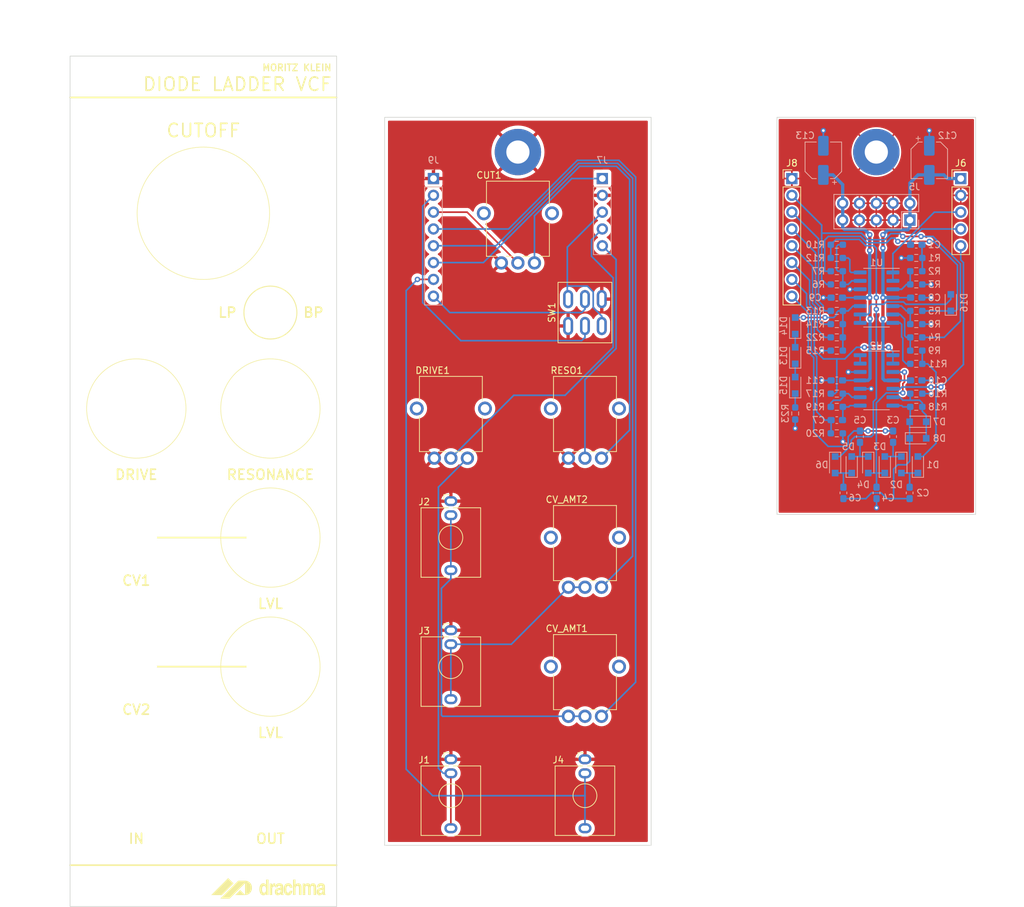
<source format=kicad_pcb>
(kicad_pcb (version 20211014) (generator pcbnew)
  (layers (0 "F.Cu" signal) (31 "B.Cu" signal) (34 "B.Paste" user) (35 "F.Paste" user) (36 "B.SilkS" user "B.Silkscreen") (37 "F.SilkS" user "F.Silkscreen") (38 "B.Mask" user) (39 "F.Mask" user) (44 "Edge.Cuts" user))
  (net 0 "")
  (net 1 "Net-(C1-Pad2)")
  (net 2 "RES_FB")
  (net 3 "Net-(C2-Pad2)")
  (net 4 "Net-(C3-Pad2)")
  (net 5 "Net-(C4-Pad2)")
  (net 6 "Net-(C5-Pad2)")
  (net 7 "Net-(C6-Pad2)")
  (net 8 "Net-(C7-Pad1)")
  (net 9 "GND")
  (net 10 "Net-(D1-Pad2)")
  (net 11 "Net-(D6-Pad1)")
  (net 12 "Net-(R2-Pad2)")
  (net 13 "Net-(R12-Pad1)")
  (net 14 "Net-(R4-Pad2)")
  (net 15 "Net-(R17-Pad2)")
  (net 16 "Net-(R5-Pad2)")
  (net 17 "Net-(R10-Pad1)")
  (net 18 "-12V")
  (net 19 "+12V")
  (net 20 "Net-(D13-Pad2)")
  (net 21 "Net-(D16-Pad1)")
  (net 22 "Net-(R11-Pad1)")
  (net 23 "Net-(D16-Pad2)")
  (net 24 "Net-(U2-Pad13)")
  (net 25 "Net-(D13-Pad1)")
  (net 26 "Net-(D14-Pad1)")
  (net 27 "Net-(D15-Pad1)")
  (net 28 "Net-(CV_AMT1-Pad1)")
  (net 29 "Net-(CV_AMT2-Pad1)")
  (net 30 "Net-(D7-Pad1)")
  (net 31 "Net-(DRIVE1-Pad3)")
  (net 32 "DRIVE1_B")
  (net 33 "SW1B_OUT_B")
  (net 34 "AUDIO_OUT_B")
  (net 35 "CUT1_A")
  (net 36 "CV_AMT1_A")
  (net 37 "CV_AMT2_A")
  (net 38 "DRIVE1_A")
  (net 39 "AUDIO_OUT_A")
  (net 40 "CUT1_B")
  (net 41 "CV_AMT1_B")
  (net 42 "CV_AMT2_B")
  (net 43 "SW1A_IN_B")
  (net 44 "SW1A_IN_A")
  (net 45 "RESO1_IN_A")
  (net 46 "RESO1_OUT_A")
  (net 47 "RESO1_IN_B")
  (net 48 "RESO1_OUT_B")
  (net 49 "SW1A_OUT_B")
  (net 50 "SW1A_OUT_A")
  (net 51 "SW1B_OUT_A")
  (footprint "1_CUSTOM:Potentiometer_Alpha_Metal_Mounting_Hole" (layer "F.Cu") (at 72.625 54.5)
    (fp_text reference "REF**" hide)
    (fp_text value "Potentiometer_Alpha_Metal_Mounting_Hole" hide)
  )
  (footprint "1_CUSTOM:SW_DPDT_2MD1T2B1M1QES" (layer "F.Cu") (at 130.25 69.5 90)
    (fp_text reference "SW1")
    (fp_text value "SW_DPDT_x2")
  )
  (footprint "1_CUSTOM:Alpha_9mm_3.5mm_Jack_Mounting_Hole" (layer "F.Cu") (at 62.5 142.5)
    (fp_text reference "REF**" hide)
    (fp_text value "Alpha_9mm_3.5mm_Jack_Mounting_Hole" hide)
  )
  (footprint "1_CUSTOM:Potentiometer_Alpha_Metal" (layer "F.Cu") (at 130.25 123)
    (fp_text reference "CV_AMT1")
    (fp_text value "100k")
  )
  (footprint "MountingHole:MountingHole_3.5mm_Pad" (layer "F.Cu") (at 174.25 45.25)
    (fp_text reference "REF**" hide)
    (fp_text value "MountingHole_3.5mm_Pad" hide)
  )
  (footprint "1_CUSTOM:Potentiometer_Alpha_Metal_Mounting_Hole" (layer "F.Cu") (at 82.75 84)
    (fp_text reference "REF**" hide)
    (fp_text value "Potentiometer_Alpha_Metal_Mounting_Hole" hide)
  )
  (footprint "1_CUSTOM:Alpha_9mm_3.5mm_Jack_Mounting_Hole" (layer "F.Cu") (at 62.5 103.5)
    (fp_text reference "REF**" hide)
    (fp_text value "Alpha_9mm_3.5mm_Jack_Mounting_Hole" hide)
  )
  (footprint "1_CUSTOM:Jack_3.5mm_QingPu_WQP-PJ398SM_Vertical_CircularHoles_Compact" (layer "F.Cu") (at 130.25 142.5)
    (fp_text reference "J4")
    (fp_text value "AUDIO_OUT")
  )
  (footprint "1_CUSTOM:Potentiometer_Alpha_Metal_Mounting_Hole" (layer "F.Cu") (at 62.5 84)
    (fp_text reference "REF**" hide)
    (fp_text value "Potentiometer_Alpha_Metal_Mounting_Hole" hide)
  )
  (footprint "1_CUSTOM:Rack_Mounting_Hole" (layer "F.Cu") (at 60 156.25)
    (fp_text reference "REF**" hide)
    (fp_text value "Rack_Mounting_Hole" hide)
  )
  (footprint "Connector_PinHeader_2.54mm:PinHeader_1x05_P2.54mm_Vertical" (layer "F.Cu") (at 187 49.25)
    (fp_text reference "J6")
    (fp_text value "Conn_01x05_Male")
  )
  (footprint "1_CUSTOM:Potentiometer_Alpha_Metal_Mounting_Hole" (layer "F.Cu") (at 82.75 103.5)
    (fp_text reference "REF**" hide)
    (fp_text value "Potentiometer_Alpha_Metal_Mounting_Hole" hide)
  )
  (footprint "" (layer "F.Cu") (at 120.125 45.25)
    (fp_text reference "")
    (fp_text value "")
  )
  (footprint "1_CUSTOM:Jack_3.5mm_QingPu_WQP-PJ398SM_Vertical_CircularHoles_Compact" (layer "F.Cu") (at 110 123)
    (fp_text reference "J3")
    (fp_text value "CV2")
  )
  (footprint "1_CUSTOM:Jack_3.5mm_QingPu_WQP-PJ398SM_Vertical_CircularHoles_Compact" (layer "F.Cu") (at 110 142.5)
    (fp_text reference "J1")
    (fp_text value "AUDIO_IN")
  )
  (footprint "1_CUSTOM:Potentiometer_Alpha_Metal" (layer "F.Cu") (at 110 84)
    (fp_text reference "DRIVE1")
    (fp_text value "100k")
  )
  (footprint "1_CUSTOM:Jack_3.5mm_QingPu_WQP-PJ398SM_Vertical_CircularHoles_Compact" (layer "F.Cu") (at 110 103.5)
    (fp_text reference "J2")
    (fp_text value "CV1")
  )
  (footprint "1_CUSTOM:Rack_Mounting_Hole" (layer "F.Cu") (at 60 33.75)
    (fp_text reference "REF**" hide)
    (fp_text value "Rack_Mounting_Hole" hide)
  )
  (footprint "1_CUSTOM:Alpha_9mm_3.5mm_Jack_Mounting_Hole" (layer "F.Cu") (at 82.75 142.5)
    (fp_text reference "REF**" hide)
    (fp_text value "Alpha_9mm_3.5mm_Jack_Mounting_Hole" hide)
  )
  (footprint "1_CUSTOM:Potentiometer_Alpha_Metal" (layer "F.Cu") (at 130.25 84)
    (fp_text reference "RESO1")
    (fp_text value "100k")
  )
  (footprint "1_CUSTOM:Potentiometer_Alpha_Metal" (layer "F.Cu") (at 120.125 54.5)
    (fp_text reference "CUT1")
    (fp_text value "100k")
  )
  (footprint "1_CUSTOM:logo_drachma_full_final_for_PCB" (layer "F.Cu") (at 83 156.5)
    (fp_text reference "Ref**" hide)
    (fp_text value "Val**" hide)
  )
  (footprint "1_CUSTOM:Potentiometer_Alpha_Metal" (layer "F.Cu") (at 130.25 103.5)
    (fp_text reference "CV_AMT2")
    (fp_text value "100k")
  )
  (footprint "1_CUSTOM:Potentiometer_Alpha_Metal_Mounting_Hole" (layer "F.Cu") (at 82.75 123)
    (fp_text reference "REF**" hide)
    (fp_text value "Potentiometer_Alpha_Metal_Mounting_Hole" hide)
  )
  (footprint "1_CUSTOM:Alpha_9mm_3.5mm_Jack_Mounting_Hole" (layer "F.Cu") (at 62.5 123)
    (fp_text reference "REF**" hide)
    (fp_text value "Alpha_9mm_3.5mm_Jack_Mounting_Hole" hide)
  )
  (footprint "Connector_PinHeader_2.54mm:PinHeader_1x08_P2.54mm_Vertical" (layer "F.Cu") (at 161.5 49.25)
    (fp_text reference "J8")
    (fp_text value "Conn_01x08_Male")
  )
  (footprint "1_CUSTOM:SW_DPDT_2MD1T2B1M1QES_Mounting_Hole" (layer "F.Cu") (at 82.75 69.5)
    (fp_text reference "REF**" hide)
    (fp_text value "SW_DPDT_2MD1T2B1M1QES_Mounting_Hole" hide)
  )
  (footprint "Package_SO:SOIC-14_3.9x8.7mm_P1.27mm" (layer "B.Cu") (at 174.28125 67.25 180)
    (fp_text reference "U1")
    (fp_text value "TL074")
  )
  (footprint "Resistor_SMD:R_0603_1608Metric_Pad0.98x0.95mm_HandSolder" (layer "B.Cu") (at 168.28125 63.25)
    (fp_text reference "R7")
    (fp_text value "33k")
  )
  (footprint "Diode_SMD:D_SOD-323_HandSoldering" (layer "B.Cu") (at 180.53125 88.5)
    (fp_text reference "D8")
    (fp_text value "1N4148")
  )
  (footprint "Capacitor_SMD:C_0603_1608Metric_Pad1.08x0.95mm_HandSolder" (layer "B.Cu") (at 180.28125 79.75 180)
    (fp_text reference "C10")
    (fp_text value "100n")
  )
  (footprint "Resistor_SMD:R_0603_1608Metric_Pad0.98x0.95mm_HandSolder" (layer "B.Cu") (at 180.28125 65.25 180)
    (fp_text reference "R3")
    (fp_text value "680")
  )
  (footprint "Resistor_SMD:R_0603_1608Metric_Pad0.98x0.95mm_HandSolder" (layer "B.Cu") (at 168.28125 69.25)
    (fp_text reference "R13")
    (fp_text value "100k")
  )
  (footprint "Capacitor_SMD:C_0603_1608Metric_Pad1.08x0.95mm_HandSolder" (layer "B.Cu") (at 168.28125 67.25 180)
    (fp_text reference "C9")
    (fp_text value "100n")
  )
  (footprint "Resistor_SMD:R_0603_1608Metric_Pad0.98x0.95mm_HandSolder" (layer "B.Cu") (at 180.28125 83.75 180)
    (fp_text reference "R18")
    (fp_text value "100k")
  )
  (footprint "Diode_SMD:D_SOD-323_HandSoldering" (layer "B.Cu") (at 180.53125 92.5 90)
    (fp_text reference "D1")
    (fp_text value "1N4148")
  )
  (footprint "Resistor_SMD:R_0603_1608Metric_Pad0.98x0.95mm_HandSolder" (layer "B.Cu") (at 168.28125 87.75 180)
    (fp_text reference "R20")
    (fp_text value "200k")
  )
  (footprint "Diode_SMD:D_SOD-323_HandSoldering" (layer "B.Cu") (at 180.53125 86 180)
    (fp_text reference "D7")
    (fp_text value "1N4148")
  )
  (footprint "Capacitor_SMD:C_0603_1608Metric_Pad1.08x0.95mm_HandSolder" (layer "B.Cu") (at 171.78125 88.25 -90)
    (fp_text reference "C5")
    (fp_text value "1n")
  )
  (footprint "Resistor_SMD:R_0603_1608Metric_Pad0.98x0.95mm_HandSolder" (layer "B.Cu") (at 180.28125 77.25)
    (fp_text reference "R11")
    (fp_text value "2k")
  )
  (footprint "Capacitor_SMD:C_0603_1608Metric_Pad1.08x0.95mm_HandSolder" (layer "B.Cu") (at 169.28125 96.75 90)
    (fp_text reference "C6")
    (fp_text value "1n")
  )
  (footprint "Diode_SMD:D_SOD-323_HandSoldering" (layer "B.Cu") (at 175.53125 92.5 90)
    (fp_text reference "D3")
    (fp_text value "1N4148")
  )
  (footprint "Resistor_SMD:R_0603_1608Metric_Pad0.98x0.95mm_HandSolder" (layer "B.Cu") (at 168.28125 61.25 180)
    (fp_text reference "R12")
    (fp_text value "2k")
  )
  (footprint "Capacitor_SMD:C_0603_1608Metric_Pad1.08x0.95mm_HandSolder" (layer "B.Cu") (at 180.28125 59.25)
    (fp_text reference "C1")
    (fp_text value "1u")
  )
  (footprint "Resistor_SMD:R_0603_1608Metric_Pad0.98x0.95mm_HandSolder" (layer "B.Cu") (at 180.28125 61.25)
    (fp_text reference "R1")
    (fp_text value "200k")
  )
  (footprint "Resistor_SMD:R_0603_1608Metric_Pad0.98x0.95mm_HandSolder" (layer "B.Cu") (at 180.28125 71.25 180)
    (fp_text reference "R8")
    (fp_text value "33k")
  )
  (footprint "Connector_PinSocket_2.54mm:PinSocket_1x08_P2.54mm_Vertical" (layer "B.Cu") (at 107.375 49.25 180)
    (fp_text reference "J9")
    (fp_text value "Conn_01x08_Female")
  )
  (footprint "Diode_SMD:D_SOD-323_HandSoldering" (layer "B.Cu") (at 170.53125 92.5 90)
    (fp_text reference "D5")
    (fp_text value "1N4148")
  )
  (footprint "Resistor_SMD:R_0603_1608Metric_Pad0.98x0.95mm_HandSolder" (layer "B.Cu") (at 168.28125 75.25)
    (fp_text reference "R15")
    (fp_text value "47k")
  )
  (footprint "Diode_SMD:D_SOD-323_HandSoldering" (layer "B.Cu") (at 173.03125 92.5 -90)
    (fp_text reference "D4")
    (fp_text value "1N4148")
  )
  (footprint "Connector_PinHeader_2.54mm:PinHeader_2x05_P2.54mm_Vertical" (layer "B.Cu") (at 179.325 55.525 90)
    (fp_text reference "J5")
    (fp_text value "Conn_02x05_Odd_Even")
  )
  (footprint "Resistor_SMD:R_0603_1608Metric_Pad0.98x0.95mm_HandSolder" (layer "B.Cu") (at 180.28125 81.75 180)
    (fp_text reference "R16")
    (fp_text value "27k")
  )
  (footprint "Capacitor_SMD:C_0603_1608Metric_Pad1.08x0.95mm_HandSolder" (layer "B.Cu") (at 179.28125 96.75 90)
    (fp_text reference "C2")
    (fp_text value "1n")
  )
  (footprint "Resistor_SMD:R_0603_1608Metric_Pad0.98x0.95mm_HandSolder" (layer "B.Cu") (at 180.28125 75.25)
    (fp_text reference "R9")
    (fp_text value "33k")
  )
  (footprint "Resistor_SMD:R_0603_1608Metric_Pad0.98x0.95mm_HandSolder" (layer "B.Cu") (at 180.28125 73.25 180)
    (fp_text reference "R4")
    (fp_text value "33k")
  )
  (footprint "Resistor_SMD:R_0603_1608Metric_Pad0.98x0.95mm_HandSolder" (layer "B.Cu") (at 162 84.75 90)
    (fp_text reference "R23")
    (fp_text value "1k")
  )
  (footprint "Capacitor_SMD:CP_Elec_5x5.4" (layer "B.Cu") (at 182.25 46.5 -90)
    (fp_text reference "C12")
    (fp_text value "10u")
  )
  (footprint "Resistor_SMD:R_0603_1608Metric_Pad0.98x0.95mm_HandSolder" (layer "B.Cu") (at 168.28125 73.25)
    (fp_text reference "R22")
    (fp_text value "47k")
  )
  (footprint "Capacitor_SMD:C_0603_1608Metric_Pad1.08x0.95mm_HandSolder" (layer "B.Cu") (at 168.28125 85.75 180)
    (fp_text reference "C7")
    (fp_text value "1u")
  )
  (footprint "Capacitor_SMD:C_0603_1608Metric_Pad1.08x0.95mm_HandSolder" (layer "B.Cu") (at 176.78125 88.25 -90)
    (fp_text reference "C3")
    (fp_text value "1n")
  )
  (footprint "Resistor_SMD:R_0603_1608Metric_Pad0.98x0.95mm_HandSolder" (layer "B.Cu") (at 180.28125 69.25 180)
    (fp_text reference "R5")
    (fp_text value "33k")
  )
  (footprint "Diode_SMD:D_SOD-323_HandSoldering" (layer "B.Cu") (at 178.03125 92.5 -90)
    (fp_text reference "D2")
    (fp_text value "1N4148")
  )
  (footprint "Diode_SMD:D_SOD-323_HandSoldering" (layer "B.Cu") (at 162 80.5 90)
    (fp_text reference "D15")
    (fp_text value "1N4148")
  )
  (footprint "Diode_SMD:D_SOD-323_HandSoldering" (layer "B.Cu") (at 185.5 68 90)
    (fp_text reference "D16")
    (fp_text value "1N4148")
  )
  (footprint "Resistor_SMD:R_0603_1608Metric_Pad0.98x0.95mm_HandSolder" (layer "B.Cu") (at 168.28125 59.25 180)
    (fp_text reference "R10")
    (fp_text value "33k")
  )
  (footprint "Resistor_SMD:R_0603_1608Metric_Pad0.98x0.95mm_HandSolder" (layer "B.Cu") (at 168.28125 83.75)
    (fp_text reference "R19")
    (fp_text value "47k")
  )
  (footprint "Diode_SMD:D_SOD-323_HandSoldering" (layer "B.Cu") (at 162 71.5 90)
    (fp_text reference "D13")
    (fp_text value "1N4148")
  )
  (footprint "Resistor_SMD:R_0603_1608Metric_Pad0.98x0.95mm_HandSolder" (layer "B.Cu") (at 168.28125 81.75)
    (fp_text reference "R17")
    (fp_text value "1k")
  )
  (footprint "Resistor_SMD:R_0603_1608Metric_Pad0.98x0.95mm_HandSolder" (layer "B.Cu") (at 168.28125 65.25)
    (fp_text reference "R6")
    (fp_text value "33k")
  )
  (footprint "Capacitor_SMD:CP_Elec_5x5.4" (layer "B.Cu") (at 166.25 46.5 90)
    (fp_text reference "C13")
    (fp_text value "10u")
  )
  (footprint "Diode_SMD:D_SOD-323_HandSoldering" (layer "B.Cu") (at 162 76 90)
    (fp_text reference "D14")
    (fp_text value "1N4148")
  )
  (footprint "Capacitor_SMD:C_0603_1608Metric_Pad1.08x0.95mm_HandSolder" (layer "B.Cu") (at 180.28125 67.25 180)
    (fp_text reference "C8")
    (fp_text value "100n")
  )
  (footprint "Connector_PinSocket_2.54mm:PinSocket_1x05_P2.54mm_Vertical" (layer "B.Cu") (at 132.875 49.25 180)
    (fp_text reference "J7")
    (fp_text value "Conn_01x05_Female")
  )
  (footprint "Capacitor_SMD:C_0603_1608Metric_Pad1.08x0.95mm_HandSolder" (layer "B.Cu") (at 168.28125 79.75 180)
    (fp_text reference "C11")
    (fp_text value "100n")
  )
  (footprint "Diode_SMD:D_SOD-323_HandSoldering" (layer "B.Cu") (at 168.03125 92.5 -90)
    (fp_text reference "D6")
    (fp_text value "1N4148")
  )
  (footprint "Resistor_SMD:R_0603_1608Metric_Pad0.98x0.95mm_HandSolder" (layer "B.Cu") (at 180.28125 63.25 180)
    (fp_text reference "R2")
    (fp_text value "33k")
  )
  (footprint "Capacitor_SMD:C_0603_1608Metric_Pad1.08x0.95mm_HandSolder" (layer "B.Cu") (at 174.28125 96.75 90)
    (fp_text reference "C4")
    (fp_text value "1n")
  )
  (footprint "Resistor_SMD:R_0603_1608Metric_Pad0.98x0.95mm_HandSolder" (layer "B.Cu") (at 168.28125 71.25)
    (fp_text reference "R14")
    (fp_text value "47k")
  )
  (footprint "Package_SO:SOIC-14_3.9x8.7mm_P1.27mm" (layer "B.Cu") (at 174.28125 79.75 180)
    (fp_text reference "U2")
    (fp_text value "TL074")
  )
  (gr_line (start 62.5 103.5) (end 82.75 103.5) (layer "F.SilkS") (width 0.25))
  (gr_circle (center 82.75 123) (end 90.25 123) (layer "F.SilkS") (width 0.1) (fill none))
  (gr_line (start 52.5 37) (end 92.75 37) (layer "F.SilkS") (width 0.25))
  (gr_circle (center 72.625 54.5) (end 82.625 54.5) (layer "F.SilkS") (width 0.1) (fill none))
  (gr_circle (center 82.75 69.5) (end 86.75 69.5) (layer "F.SilkS") (width 0.15) (fill none))
  (gr_line (start 52.5 153) (end 92.75 153) (layer "F.SilkS") (width 0.25))
  (gr_line (start 62.75 123) (end 82.75 123) (layer "F.SilkS") (width 0.25))
  (gr_circle (center 82.75 103.5) (end 90.25 103.5) (layer "F.SilkS") (width 0.1) (fill none))
  (gr_circle (center 82.75 84) (end 90.25 84) (layer "F.SilkS") (width 0.1) (fill none))
  (gr_circle (center 62.5 84) (end 70 84) (layer "F.SilkS") (width 0.1) (fill none))
  (gr_rect (start 159.25 100) (end 189.25 40) (layer "Edge.Cuts") (width 0.1) (fill none))
  (gr_rect (start 100 40) (end 140.25 150) (layer "Edge.Cuts") (width 0.1) (fill none))
  (gr_rect (start 52.5 30.75) (end 92.75 159.25) (layer "Edge.Cuts") (width 0.1) (fill none))
  (gr_text "MORITZ KLEIN" (at 86.75 32.5) (layer "F.SilkS") (effects (font (size 1 1) (thickness 0.2))))
  (gr_text "CV2" (at 62.5 129.5) (layer "F.SilkS") (effects (font (size 1.5 1.5) (thickness 0.25))))
  (gr_text "LVL" (at 82.75 113.5) (layer "F.SilkS") (effects (font (size 1.5 1.5) (thickness 0.25))))
  (gr_text "OUT" (at 82.75 149) (layer "F.SilkS") (effects (font (size 1.5 1.5) (thickness 0.25))))
  (gr_text "CV1" (at 62.5 110) (layer "F.SilkS") (effects (font (size 1.5 1.5) (thickness 0.25))))
  (gr_text "BP" (at 89.25 69.5) (layer "F.SilkS") (effects (font (size 1.5 1.5) (thickness 0.25))))
  (gr_text "DRIVE" (at 62.5 94) (layer "F.SilkS") (effects (font (size 1.5 1.5) (thickness 0.25))))
  (gr_text "LVL" (at 82.75 133) (layer "F.SilkS") (effects (font (size 1.5 1.5) (thickness 0.25))))
  (gr_text "IN" (at 62.5 149) (layer "F.SilkS") (effects (font (size 1.5 1.5) (thickness 0.25))))
  (gr_text "DIODE LADDER VCF" (at 77.75 35) (layer "F.SilkS") (effects (font (size 2 2) (thickness 0.25))))
  (gr_text "CUTOFF" (at 72.625 42) (layer "F.SilkS") (effects (font (size 2 2) (thickness 0.25))))
  (gr_text "LP" (at 76.25 69.5) (layer "F.SilkS") (effects (font (size 1.5 1.5) (thickness 0.25))))
  (gr_text "RESONANCE" (at 82.75 94) (layer "F.SilkS") (effects (font (size 1.5 1.5) (thickness 0.25))))
  (segment (start 181.14375 59.25) (end 181.14375 61.2) (width 0.25) (layer "B.Cu") (net 1))
  (segment (start 181.19375 61.25) (end 181.19375 63.25) (width 0.25) (layer "B.Cu") (net 1))
  (segment (start 181.14375 61.2) (end 181.19375 61.25) (width 0.25) (layer "B.Cu") (net 1))
  (segment (start 178.09125 83.56) (end 178.28125 83.75) (width 0.25) (layer "B.Cu") (net 2))
  (segment (start 176.75625 83.56) (end 178.09125 83.56) (width 0.25) (layer "B.Cu") (net 2))
  (segment (start 179.36875 83.75) (end 179.36875 85.9125) (width 0.25) (layer "B.Cu") (net 2))
  (segment (start 176.8625 93.1375) (end 176.8625 97.6125) (width 0.25) (layer "B.Cu") (net 2))
  (segment (start 179.28125 97.6125) (end 175.83125 97.6125) (width 0.25) (layer "B.Cu") (net 2))
  (segment (start 178.28125 83.75) (end 179.36875 83.75) (width 0.25) (layer "B.Cu") (net 2))
  (segment (start 175.83125 97.6125) (end 174.96875 96.75) (width 0.25) (layer "B.Cu") (net 2))
  (segment (start 172.66875 97.6125) (end 169.28125 97.6125) (width 0.25) (layer "B.Cu") (net 2))
  (segment (start 173.53125 96.75) (end 172.66875 97.6125) (width 0.25) (layer "B.Cu") (net 2))
  (segment (start 179.36875 85.9125) (end 179.28125 86) (width 0.25) (layer "B.Cu") (net 2))
  (segment (start 179.28125 91.96875) (end 178.75 92.5) (width 0.25) (layer "B.Cu") (net 2))
  (segment (start 178.75 92.5) (end 177.5 92.5) (width 0.25) (layer "B.Cu") (net 2))
  (segment (start 179.28125 88.5) (end 179.28125 91.96875) (width 0.25) (layer "B.Cu") (net 2))
  (segment (start 179.28125 88.5) (end 179.28125 86) (width 0.25) (layer "B.Cu") (net 2))
  (segment (start 174.96875 96.75) (end 173.53125 96.75) (width 0.25) (layer "B.Cu") (net 2))
  (segment (start 177.5 92.5) (end 176.8625 93.1375) (width 0.25) (layer "B.Cu") (net 2))
  (segment (start 178.03125 93.75) (end 179.28125 93.75) (width 0.25) (layer "B.Cu") (net 3))
  (segment (start 179.28125 95.8875) (end 179.28125 93.75) (width 0.25) (layer "B.Cu") (net 3))
  (segment (start 179.28125 93.75) (end 180.53125 93.75) (width 0.25) (layer "B.Cu") (net 3))
  (segment (start 176.78125 91.25) (end 175.53125 91.25) (width 0.25) (layer "B.Cu") (net 4))
  (segment (start 178.03125 91.25) (end 176.78125 91.25) (width 0.25) (layer "B.Cu") (net 4))
  (segment (start 176.78125 91.25) (end 176.78125 89.1125) (width 0.25) (layer "B.Cu") (net 4))
  (segment (start 178.25 80.25) (end 178.25 81.645) (width 0.25) (layer "F.Cu") (net 5))
  (segment (start 178.5 80) (end 178.25 80.25) (width 0.25) (layer "F.Cu") (net 5))
  (segment (start 178.5 78.5) (end 178.5 80) (width 0.25) (layer "F.Cu") (net 5))
  (via (at 178.25 81.645) (size 0.8) (drill 0.4) (layers "F.Cu" "B.Cu") (net 5))
  (via (at 178.5 78.5) (size 0.8) (drill 0.4) (layers "F.Cu" "B.Cu") (net 5))
  (segment (start 174.28125 93.75) (end 174.25 93.71875) (width 0.25) (layer "B.Cu") (net 5))
  (segment (start 176.77625 78.5) (end 176.75625 78.48) (width 0.25) (layer "B.Cu") (net 5))
  (segment (start 174.28125 93.75) (end 175.53125 93.75) (width 0.25) (layer "B.Cu") (net 5))
  (segment (start 178.5 78.5) (end 176.77625 78.5) (width 0.25) (layer "B.Cu") (net 5))
  (segment (start 174.25 93.71875) (end 174.25 88.25) (width 0.25) (layer "B.Cu") (net 5))
  (segment (start 178.25 81.645) (end 175.754499 81.645) (width 0.25) (layer "B.Cu") (net 5))
  (segment (start 173.03125 93.75) (end 174.28125 93.75) (width 0.25) (layer "B.Cu") (net 5))
  (segment (start 175.754499 81.645) (end 174.25 83.149499) (width 0.25) (layer "B.Cu") (net 5))
  (segment (start 174.25 83.149499) (end 174.25 88.25) (width 0.25) (layer "B.Cu") (net 5))
  (segment (start 174.28125 93.75) (end 174.28125 95.8875) (width 0.25) (layer "B.Cu") (net 5))
  (segment (start 171.78125 91.25) (end 170.53125 91.25) (width 0.25) (layer "B.Cu") (net 6))
  (segment (start 171.78125 89.1125) (end 171.78125 91.25) (width 0.25) (layer "B.Cu") (net 6))
  (segment (start 173.03125 91.25) (end 171.78125 91.25) (width 0.25) (layer "B.Cu") (net 6))
  (segment (start 169.28125 95.8875) (end 169.28125 93.75) (width 0.25) (layer "B.Cu") (net 7))
  (segment (start 169.28125 93.75) (end 170.53125 93.75) (width 0.25) (layer "B.Cu") (net 7))
  (segment (start 168.03125 93.75) (end 169.28125 93.75) (width 0.25) (layer "B.Cu") (net 7))
  (segment (start 169.19375 83.75) (end 169.19375 85.7) (width 0.25) (layer "B.Cu") (net 8))
  (segment (start 169.19375 85.7) (end 169.14375 85.75) (width 0.25) (layer "B.Cu") (net 8))
  (segment (start 170.09125 83.75) (end 169.19375 83.75) (width 0.25) (layer "B.Cu") (net 8))
  (segment (start 171.80625 83.56) (end 170.28125 83.56) (width 0.25) (layer "B.Cu") (net 8))
  (segment (start 170.28125 83.56) (end 170.09125 83.75) (width 0.25) (layer "B.Cu") (net 8))
  (via (at 162 87) (size 0.8) (drill 0.4) (layers "F.Cu" "B.Cu") (net 9))
  (via (at 173.48 81.02) (size 0.8) (drill 0.4) (layers "F.Cu" "B.Cu") (net 9))
  (via (at 170.25 66) (size 0.8) (drill 0.4) (layers "F.Cu" "B.Cu") (net 9))
  (via (at 170.02 78.48) (size 0.8) (drill 0.4) (layers "F.Cu" "B.Cu") (net 9))
  (via (at 169.19375 89) (size 0.8) (drill 0.4) (layers "F.Cu" "B.Cu") (net 9))
  (via (at 166.25 67.25) (size 0.8) (drill 0.4) (layers "F.Cu" "B.Cu") (net 9))
  (via (at 182.53125 67.25) (size 0.8) (drill 0.4) (layers "F.Cu" "B.Cu") (net 9))
  (via (at 182.53125 65.25) (size 0.8) (drill 0.4) (layers "F.Cu" "B.Cu") (net 9))
  (via (at 182.53125 79.75) (size 0.8) (drill 0.4) (layers "F.Cu" "B.Cu") (net 9))
  (via (at 166.25 42) (size 0.8) (drill 0.4) (layers "F.Cu" "B.Cu") (net 9))
  (via (at 166.03125 79.75) (size 0.8) (drill 0.4) (layers "F.Cu" "B.Cu") (net 9))
  (via (at 178.03125 61.25) (size 0.8) (drill 0.4) (layers "F.Cu" "B.Cu") (net 9))
  (via (at 166.03125 75.25) (size 0.8) (drill 0.4) (layers "F.Cu" "B.Cu") (net 9))
  (via (at 182.53125 71.25) (size 0.8) (drill 0.4) (layers "F.Cu" "B.Cu") (net 9))
  (via (at 174.28125 99) (size 0.8) (drill 0.4) (layers "F.Cu" "B.Cu") (net 9))
  (via (at 182.25 42) (size 0.8) (drill 0.4) (layers "F.Cu" "B.Cu") (net 9))
  (via (at 182.53125 81.75) (size 0.8) (drill 0.4) (layers "F.Cu" "B.Cu") (net 9))
  (segment (start 182.53125 65.25) (end 181.19375 65.25) (width 0.25) (layer "B.Cu") (net 9))
  (segment (start 179.36875 61.25) (end 178.03125 61.25) (width 0.25) (layer "B.Cu") (net 9))
  (segment (start 171.80625 81.02) (end 173.48 81.02) (width 0.25) (layer "B.Cu") (net 9))
  (segment (start 167.41875 67.25) (end 166.25 67.25) (width 0.25) (layer "B.Cu") (net 9))
  (segment (start 182.53125 71.25) (end 181.19375 71.25) (width 0.25) (layer "B.Cu") (net 9))
  (segment (start 181.19375 81.75) (end 182.53125 81.75) (width 0.25) (layer "B.Cu") (net 9))
  (segment (start 174.28125 97.6125) (end 174.28125 99) (width 0.25) (layer "B.Cu") (net 9))
  (segment (start 167.36875 75.25) (end 166.03125 75.25) (width 0.25) (layer "B.Cu") (net 9))
  (segment (start 182.53125 79.75) (end 181.14375 79.75) (width 0.25) (layer "B.Cu") (net 9))
  (segment (start 166.03125 79.75) (end 167.41875 79.75) (width 0.25) (layer "B.Cu") (net 9))
  (segment (start 171.80625 78.48) (end 170.02 78.48) (width 0.25) (layer "B.Cu") (net 9))
  (segment (start 170.25 66) (end 171.82625 66) (width 0.25) (layer "B.Cu") (net 9))
  (segment (start 162 85.6625) (end 162 87) (width 0.25) (layer "B.Cu") (net 9))
  (segment (start 169.19375 87.75) (end 169.19375 89) (width 0.25) (layer "B.Cu") (net 9))
  (segment (start 166.25 44.3) (end 166.25 42) (width 0.25) (layer "B.Cu") (net 9))
  (segment (start 182.25 44.3) (end 182.25 42) (width 0.25) (layer "B.Cu") (net 9))
  (segment (start 181.14375 67.25) (end 182.53125 67.25) (width 0.25) (layer "B.Cu") (net 9))
  (segment (start 183.25625 89.259375) (end 181.265625 91.25) (width 0.25) (layer "B.Cu") (net 10))
  (segment (start 181.265625 91.25) (end 180.53125 91.25) (width 0.25) (layer "B.Cu") (net 10))
  (segment (start 183.25625 78.50625) (end 183.25625 89.259375) (width 0.25) (layer "B.Cu") (net 10))
  (segment (start 182 77.25) (end 183.25625 78.50625) (width 0.25) (layer "B.Cu") (net 10))
  (segment (start 181.19375 77.25) (end 182 77.25) (width 0.25) (layer "B.Cu") (net 10))
  (segment (start 181.19375 77.25) (end 181.19375 75.25) (width 0.25) (layer "B.Cu") (net 10))
  (segment (start 174.25 67.25) (end 174.25 69) (width 0.25) (layer "F.Cu") (net 11))
  (via (at 174.25 67.25) (size 0.8) (drill 0.4) (layers "F.Cu" "B.Cu") (net 11))
  (via (at 174.25 69) (size 0.8) (drill 0.4) (layers "F.Cu" "B.Cu") (net 11))
  (segment (start 173.8 87.95) (end 173.5 88.25) (width 0.25) (layer "B.Cu") (net 11))
  (segment (start 174.25 59.75) (end 173.89952 59.39952) (width 0.25) (layer "B.Cu") (net 11))
  (segment (start 167.36875 59.25) (end 167.36875 61.25) (width 0.25) (layer "B.Cu") (net 11))
  (segment (start 173.5 88.25) (end 171 88.25) (width 0.25) (layer "B.Cu") (net 11))
  (segment (start 174.25 82.513103) (end 173.8 82.963103) (width 0.25) (layer "B.Cu") (net 11))
  (segment (start 174.25 67.25) (end 174.25 59.75) (width 0.25) (layer "B.Cu") (net 11))
  (segment (start 172.627406 59.39952) (end 171.677886 58.45) (width 0.25) (layer "B.Cu") (net 11))
  (segment (start 171 88.25) (end 170.45 88.8) (width 0.25) (layer "B.Cu") (net 11))
  (segment (start 171.677886 58.45) (end 168.16875 58.45) (width 0.25) (layer "B.Cu") (net 11))
  (segment (start 168.761396 91.25) (end 168.03125 91.25) (width 0.25) (layer "B.Cu") (net 11))
  (segment (start 170.45 88.8) (end 170.45 89.561396) (width 0.25) (layer "B.Cu") (net 11))
  (segment (start 173.89952 59.39952) (end 172.627406 59.39952) (width 0.25) (layer "B.Cu") (net 11))
  (segment (start 174.25 69) (end 174.25 82.513103) (width 0.25) (layer "B.Cu") (net 11))
  (segment (start 168.16875 58.45) (end 167.36875 59.25) (width 0.25) (layer "B.Cu") (net 11))
  (segment (start 170.45 89.561396) (end 168.761396 91.25) (width 0.25) (layer "B.Cu") (net 11))
  (segment (start 173.8 82.963103) (end 173.8 87.95) (width 0.25) (layer "B.Cu") (net 11))
  (segment (start 178.07125 65.98) (end 176.75625 65.98) (width 0.25) (layer "B.Cu") (net 12))
  (segment (start 178.80125 65.25) (end 178.07125 65.98) (width 0.25) (layer "B.Cu") (net 12))
  (segment (start 179.36875 65.25) (end 179.36875 63.25) (width 0.25) (layer "B.Cu") (net 12))
  (segment (start 179.36875 65.25) (end 178.80125 65.25) (width 0.25) (layer "B.Cu") (net 12))
  (segment (start 170.25 61.5) (end 170.25 63.25) (width 0.25) (layer "B.Cu") (net 13))
  (segment (start 170.25 63.25) (end 170.44 63.44) (width 0.25) (layer "B.Cu") (net 13))
  (segment (start 170.44 63.44) (end 171.80625 63.44) (width 0.25) (layer "B.Cu") (net 13))
  (segment (start 169.19375 61.25) (end 170 61.25) (width 0.25) (layer "B.Cu") (net 13))
  (segment (start 170 61.25) (end 170.25 61.5) (width 0.25) (layer "B.Cu") (net 13))
  (segment (start 177.82125 69.79) (end 176.75625 69.79) (width 0.25) (layer "B.Cu") (net 14))
  (segment (start 179.36875 75.25) (end 179.36875 73.25) (width 0.25) (layer "B.Cu") (net 14))
  (segment (start 178.78125 73.25) (end 178.53125 73) (width 0.25) (layer "B.Cu") (net 14))
  (segment (start 178.53125 70.5) (end 177.82125 69.79) (width 0.25) (layer "B.Cu") (net 14))
  (segment (start 179.36875 73.25) (end 178.78125 73.25) (width 0.25) (layer "B.Cu") (net 14))
  (segment (start 178.53125 73) (end 178.53125 70.5) (width 0.25) (layer "B.Cu") (net 14))
  (segment (start 170.57125 82.29) (end 171.80625 82.29) (width 0.25) (layer "B.Cu") (net 15))
  (segment (start 167.36875 83.1625) (end 167.36875 83.75) (width 0.25) (layer "B.Cu") (net 15))
  (segment (start 168.78125 82.75) (end 167.78125 82.75) (width 0.25) (layer "B.Cu") (net 15))
  (segment (start 167.78125 82.75) (end 167.36875 83.1625) (width 0.25) (layer "B.Cu") (net 15))
  (segment (start 169.19375 81.75) (end 169.19375 82.3375) (width 0.25) (layer "B.Cu") (net 15))
  (segment (start 170.03125 81.75) (end 170.57125 82.29) (width 0.25) (layer "B.Cu") (net 15))
  (segment (start 169.19375 81.75) (end 170.03125 81.75) (width 0.25) (layer "B.Cu") (net 15))
  (segment (start 169.19375 82.3375) (end 168.78125 82.75) (width 0.25) (layer "B.Cu") (net 15))
  (segment (start 179.36875 71.25) (end 179.36875 69.25) (width 0.25) (layer "B.Cu") (net 16))
  (segment (start 179.36875 69.25) (end 178.78125 69.25) (width 0.25) (layer "B.Cu") (net 16))
  (segment (start 178.78125 69.25) (end 178.03125 68.5) (width 0.25) (layer "B.Cu") (net 16))
  (segment (start 176.77625 68.5) (end 176.75625 68.52) (width 0.25) (layer "B.Cu") (net 16))
  (segment (start 178.03125 68.5) (end 176.77625 68.5) (width 0.25) (layer "B.Cu") (net 16))
  (segment (start 169.19375 65.25) (end 169.19375 63.25) (width 0.25) (layer "B.Cu") (net 17))
  (segment (start 168.471875 63.25) (end 169.19375 63.25) (width 0.25) (layer "B.Cu") (net 17))
  (segment (start 168.25 63.028125) (end 168.471875 63.25) (width 0.25) (layer "B.Cu") (net 17))
  (segment (start 171.80625 64.71) (end 170.54 64.71) (width 0.25) (layer "B.Cu") (net 17))
  (segment (start 168.5 59.25) (end 168.25 59.5) (width 0.25) (layer "B.Cu") (net 17))
  (segment (start 168.25 59.5) (end 168.25 63.028125) (width 0.25) (layer "B.Cu") (net 17))
  (segment (start 170 65.25) (end 169.19375 65.25) (width 0.25) (layer "B.Cu") (net 17))
  (segment (start 170.54 64.71) (end 170 65.25) (width 0.25) (layer "B.Cu") (net 17))
  (segment (start 169.19375 59.25) (end 168.5 59.25) (width 0.25) (layer "B.Cu") (net 17))
  (segment (start 173.25 67.25) (end 173.3 67.3) (width 0.5) (layer "F.Cu") (net 18))
  (segment (start 173.262299 60.111721) (end 173.262299 57.737701) (width 0.5) (layer "F.Cu") (net 18))
  (segment (start 173.25 60.12402) (end 173.262299 60.111721) (width 0.5) (layer "F.Cu") (net 18))
  (segment (start 173.3 67.3) (end 173.3 70.45) (width 0.5) (layer "F.Cu") (net 18))
  (via (at 173.262299 57.737701) (size 0.8) (drill 0.4) (layers "F.Cu" "B.Cu") (net 18))
  (via (at 173.25 60.12402) (size 0.8) (drill 0.4) (layers "F.Cu" "B.Cu") (net 18))
  (via (at 173.25 67.25) (size 0.8) (drill 0.4) (layers "F.Cu" "B.Cu") (net 18))
  (via (at 173.3 70.45) (size 0.8) (drill 0.4) (layers "F.Cu" "B.Cu") (net 18))
  (segment (start 169.165 50.165) (end 167.7 48.7) (width 0.5) (layer "B.Cu") (net 18))
  (segment (start 169.165 56.665) (end 169.165 55.525) (width 0.5) (layer "B.Cu") (net 18))
  (segment (start 169.43 56.93) (end 169.165 56.665) (width 0.5) (layer "B.Cu") (net 18))
  (segment (start 169.14375 67.25) (end 171.80625 67.25) (width 0.25) (layer "B.Cu") (net 18))
  (segment (start 169.175 52.995) (end 169.175 55.515) (width 0.5) (layer "B.Cu") (net 18))
  (segment (start 169.165 52.985) (end 169.175 52.995) (width 0.5) (layer "B.Cu") (net 18))
  (segment (start 173.262299 57.737701) (end 172.454598 56.93) (width 0.5) (layer "B.Cu") (net 18))
  (segment (start 167.7 48.7) (end 166.25 48.7) (width 0.5) (layer "B.Cu") (net 18))
  (segment (start 173.25 60.12402) (end 173.25 67.25) (width 0.5) (layer "B.Cu") (net 18))
  (segment (start 169.14375 79.75) (end 171.80625 79.75) (width 0.25) (layer "B.Cu") (net 18))
  (segment (start 171.80625 67.25) (end 173.25 67.25) (width 0.5) (layer "B.Cu") (net 18))
  (segment (start 169.165 52.985) (end 169.165 50.165) (width 0.5) (layer "B.Cu") (net 18))
  (segment (start 172.454598 56.93) (end 169.43 56.93) (width 0.5) (layer "B.Cu") (net 18))
  (segment (start 173.3 70.45) (end 173.3 79.45) (width 0.5) (layer "B.Cu") (net 18))
  (segment (start 173 79.75) (end 171.80625 79.75) (width 0.5) (layer "B.Cu") (net 18))
  (segment (start 173.3 79.45) (end 173 79.75) (width 0.5) (layer "B.Cu") (net 18))
  (segment (start 175.25 57.75) (end 175.25 59.75) (width 0.5) (layer "F.Cu") (net 19))
  (segment (start 175.25 70.45) (end 175.25 67.25) (width 0.5) (layer "F.Cu") (net 19))
  (via (at 175.25 59.75) (size 0.8) (drill 0.4) (layers "F.Cu" "B.Cu") (net 19))
  (via (at 175.25 67.25) (size 0.8) (drill 0.4) (layers "F.Cu" "B.Cu") (net 19))
  (via (at 175.25 70.45) (size 0.8) (drill 0.4) (layers "F.Cu" "B.Cu") (net 19))
  (via (at 175.25 57.75) (size 0.8) (drill 0.4) (layers "F.Cu" "B.Cu") (net 19))
  (segment (start 175.5 79.75) (end 176.75625 79.75) (width 0.5) (layer "B.Cu") (net 19))
  (segment (start 187 49.25) (end 185 49.25) (width 0.5) (layer "B.Cu") (net 19))
  (segment (start 179.41875 67.25) (end 176.75625 67.25) (width 0.25) (layer "B.Cu") (net 19))
  (segment (start 175.25 67.25) (end 176.75625 67.25) (width 0.5) (layer "B.Cu") (net 19))
  (segment (start 179.325 49.925) (end 179.325 52.985) (width 0.5) (layer "B.Cu") (net 19))
  (segment (start 179 57) (end 179.325 56.675) (width 0.5) (layer "B.Cu") (net 19))
  (segment (start 185 49.25) (end 184.45 48.7) (width 0.5) (layer "B.Cu") (net 19))
  (segment (start 128.25 49.25) (end 122.625 54.875) (width 0.25) (layer "B.Cu") (net 19))
  (segment (start 179.335 52.995) (end 179.335 55.515) (width 0.5) (layer "B.Cu") (net 19))
  (segment (start 132.875 49.25) (end 128.25 49.25) (width 0.25) (layer "B.Cu") (net 19))
  (segment (start 175.25 79.5) (end 175.5 79.75) (width 0.5) (layer "B.Cu") (net 19))
  (segment (start 176 57) (end 179 57) (width 0.5) (layer "B.Cu") (net 19))
  (segment (start 184.45 48.7) (end 180.55 48.7) (width 0.5) (layer "B.Cu") (net 19))
  (segment (start 122.625 54.875) (end 122.625 62) (width 0.25) (layer "B.Cu") (net 19))
  (segment (start 180.55 48.7) (end 179.325 49.925) (width 0.5) (layer "B.Cu") (net 19))
  (segment (start 179.325 56.675) (end 179.325 55.525) (width 0.5) (layer "B.Cu") (net 19))
  (segment (start 175.25 70.45) (end 175.25 79.5) (width 0.5) (layer "B.Cu") (net 19))
  (segment (start 179.325 52.985) (end 179.335 52.995) (width 0.5) (layer "B.Cu") (net 19))
  (segment (start 175.25 59.75) (end 175.25 67.25) (width 0.5) (layer "B.Cu") (net 19))
  (segment (start 175.25 57.75) (end 176 57) (width 0.5) (layer "B.Cu") (net 19))
  (segment (start 179.41875 79.75) (end 176.75625 79.75) (width 0.25) (layer "B.Cu") (net 19))
  (segment (start 163.2505 70.25) (end 166.5 70.25) (width 0.25) (layer "F.Cu") (net 20))
  (via (at 163.2505 70.25) (size 0.8) (drill 0.4) (layers "F.Cu" "B.Cu") (net 20))
  (via (at 166.5 70.25) (size 0.8) (drill 0.4) (layers "F.Cu" "B.Cu") (net 20))
  (segment (start 167.825873 70.25) (end 168.25 69.825873) (width 0.25) (layer "B.Cu") (net 20))
  (segment (start 163.2505 70.25) (end 162 70.25) (width 0.25) (layer "B.Cu") (net 20))
  (segment (start 171.80625 68.52) (end 170.73 68.52) (width 0.25) (layer "B.Cu") (net 20))
  (segment (start 168.25 69.825873) (end 168.25 69.5) (width 0.25) (layer "B.Cu") (net 20))
  (segment (start 170.73 68.52) (end 170 69.25) (width 0.25) (layer "B.Cu") (net 20))
  (segment (start 169.19375 73.25) (end 169.19375 75.25) (width 0.25) (layer "B.Cu") (net 20))
  (segment (start 169.19375 69.25) (end 169.19375 71.25) (width 0.25) (layer "B.Cu") (net 20))
  (segment (start 168.25 69.5) (end 168.5 69.25) (width 0.25) (layer "B.Cu") (net 20))
  (segment (start 168.5 69.25) (end 169.19375 69.25) (width 0.25) (layer "B.Cu") (net 20))
  (segment (start 166.5 70.25) (end 167.825873 70.25) (width 0.25) (layer "B.Cu") (net 20))
  (segment (start 170 69.25) (end 169.19375 69.25) (width 0.25) (layer "B.Cu") (net 20))
  (segment (start 169.19375 71.25) (end 169.19375 73.25) (width 0.25) (layer "B.Cu") (net 20))
  (segment (start 177.5 58.75) (end 182.25 58.75) (width 0.25) (layer "F.Cu") (net 21))
  (via (at 182.25 58.75) (size 0.8) (drill 0.4) (layers "F.Cu" "B.Cu") (net 21))
  (via (at 177.5 58.75) (size 0.8) (drill 0.4) (layers "F.Cu" "B.Cu") (net 21))
  (segment (start 177.5 58.75) (end 177 58.25) (width 0.25) (layer "B.Cu") (net 21))
  (segment (start 166.5 63.25) (end 167.36875 63.25) (width 0.25) (layer "B.Cu") (net 21))
  (segment (start 175.8 58.95) (end 172.813604 58.95) (width 0.25) (layer "B.Cu") (net 21))
  (segment (start 186.25 69.25) (end 185.5 69.25) (width 0.25) (layer "B.Cu") (net 21))
  (segment (start 177 58.25) (end 176.5 58.25) (width 0.25) (layer "B.Cu") (net 21))
  (segment (start 182.25 58.75) (end 182.926104 58.75) (width 0.25) (layer "B.Cu") (net 21))
  (segment (start 167 58) (end 166.45 58.55) (width 0.25) (layer "B.Cu") (net 21))
  (segment (start 186.5 69) (end 186.25 69.25) (width 0.25) (layer "B.Cu") (net 21))
  (segment (start 166.45 58.55) (end 166.45 63.2) (width 0.25) (layer "B.Cu") (net 21))
  (segment (start 166.45 63.2) (end 166.5 63.25) (width 0.25) (layer "B.Cu") (net 21))
  (segment (start 186.5 62.323896) (end 186.5 69) (width 0.25) (layer "B.Cu") (net 21))
  (segment (start 176.5 58.25) (end 175.8 58.95) (width 0.25) (layer "B.Cu") (net 21))
  (segment (start 185.5 69.25) (end 181.19375 69.25) (width 0.25) (layer "B.Cu") (net 21))
  (segment (start 171.863604 58) (end 167 58) (width 0.25) (layer "B.Cu") (net 21))
  (segment (start 182.926104 58.75) (end 186.5 62.323896) (width 0.25) (layer "B.Cu") (net 21))
  (segment (start 172.813604 58.95) (end 171.863604 58) (width 0.25) (layer "B.Cu") (net 21))
  (segment (start 177.84125 71.06) (end 176.75625 71.06) (width 0.25) (layer "B.Cu") (net 22))
  (segment (start 178.08125 73.186396) (end 178.08125 71.3) (width 0.25) (layer "B.Cu") (net 22))
  (segment (start 179.36875 77.25) (end 178.78125 77.25) (width 0.25) (layer "B.Cu") (net 22))
  (segment (start 178.78125 77.25) (end 178.25 76.71875) (width 0.25) (layer "B.Cu") (net 22))
  (segment (start 178.08125 71.3) (end 177.84125 71.06) (width 0.25) (layer "B.Cu") (net 22))
  (segment (start 178.25 73.355146) (end 178.08125 73.186396) (width 0.25) (layer "B.Cu") (net 22))
  (segment (start 178.25 76.71875) (end 178.25 73.355146) (width 0.25) (layer "B.Cu") (net 22))
  (segment (start 185.5 67.5) (end 184.75 68.25) (width 0.25) (layer "B.Cu") (net 23))
  (segment (start 171.80625 69.79) (end 171.80625 71.06) (width 0.25) (layer "B.Cu") (net 23))
  (segment (start 173.25 68.5) (end 173.25 69.5) (width 0.25) (layer "B.Cu") (net 23))
  (segment (start 173.25 69.5) (end 172.96 69.79) (width 0.25) (layer "B.Cu") (net 23))
  (segment (start 178.708938 68.25) (end 178.353938 67.895) (width 0.25) (layer "B.Cu") (net 23))
  (segment (start 173.5 68.25) (end 173.25 68.5) (width 0.25) (layer "B.Cu") (net 23))
  (segment (start 175.379499 68.25) (end 173.5 68.25) (width 0.25) (layer "B.Cu") (net 23))
  (segment (start 185.5 66.75) (end 185.5 67.5) (width 0.25) (layer "B.Cu") (net 23))
  (segment (start 178.353938 67.895) (end 175.734499 67.895) (width 0.25) (layer "B.Cu") (net 23))
  (segment (start 184.75 68.25) (end 178.708938 68.25) (width 0.25) (layer "B.Cu") (net 23))
  (segment (start 172.96 69.79) (end 171.80625 69.79) (width 0.25) (layer "B.Cu") (net 23))
  (segment (start 175.734499 67.895) (end 175.379499 68.25) (width 0.25) (layer "B.Cu") (net 23))
  (segment (start 171.80625 75.94) (end 171.80625 77.21) (width 0.25) (layer "B.Cu") (net 24))
  (segment (start 162 72.75) (end 162 74.75) (width 0.25) (layer "B.Cu") (net 25))
  (segment (start 162 77.25) (end 162 79.25) (width 0.25) (layer "B.Cu") (net 26))
  (segment (start 162 81.75) (end 162 83.8375) (width 0.25) (layer "B.Cu") (net 27))
  (segment (start 110 109.75) (end 108.575 111.175) (width 0.25) (layer "B.Cu") (net 28))
  (segment (start 110 100.12) (end 110 109.75) (width 0.25) (layer "B.Cu") (net 28))
  (segment (start 108.575 111.175) (end 108.575 130.325) (width 0.25) (layer "B.Cu") (net 28))
  (segment (start 108.575 130.325) (end 108.75 130.5) (width 0.25) (layer "B.Cu") (net 28))
  (segment (start 108.75 130.5) (end 130.25 130.5) (width 0.25) (layer "B.Cu") (net 28))
  (segment (start 127.75 111) (end 130.25 111) (width 0.25) (layer "B.Cu") (net 29))
  (segment (start 119.13 119.62) (end 127.75 111) (width 0.25) (layer "B.Cu") (net 29))
  (segment (start 110 119.62) (end 119.13 119.62) (width 0.25) (layer "B.Cu") (net 29))
  (segment (start 110 127.92) (end 110 119.62) (width 0.25) (layer "B.Cu") (net 29))
  (segment (start 181.19375 83.1625) (end 181.19375 83.75) (width 0.25) (layer "B.Cu") (net 30))
  (segment (start 181.78125 86) (end 181.78125 88.5) (width 0.25) (layer "B.Cu") (net 30))
  (segment (start 178.25 82.75) (end 180.78125 82.75) (width 0.25) (layer "B.Cu") (net 30))
  (segment (start 181.19375 83.75) (end 181.19375 84.4125) (width 0.25) (layer "B.Cu") (net 30))
  (segment (start 176.75625 82.29) (end 177.79 82.29) (width 0.25) (layer "B.Cu") (net 30))
  (segment (start 181.19375 84.4125) (end 181.78125 85) (width 0.25) (layer "B.Cu") (net 30))
  (segment (start 181.78125 85) (end 181.78125 86) (width 0.25) (layer "B.Cu") (net 30))
  (segment (start 177.79 82.29) (end 178.25 82.75) (width 0.25) (layer "B.Cu") (net 30))
  (segment (start 180.78125 82.75) (end 181.19375 83.1625) (width 0.25) (layer "B.Cu") (net 30))
  (segment (start 179.36875 81.75) (end 179.36875 82.63125) (width 0.25) (layer "B.Cu") (net 30))
  (segment (start 110 139.12) (end 110 147.42) (width 0.25) (layer "F.Cu") (net 31))
  (segment (start 112.5 91.5) (end 108.125 95.875) (width 0.25) (layer "B.Cu") (net 31))
  (segment (start 108.125 138.375) (end 108.87 139.12) (width 0.25) (layer "B.Cu") (net 31))
  (segment (start 108.125 95.875) (end 108.125 138.375) (width 0.25) (layer "B.Cu") (net 31))
  (segment (start 108.87 139.12) (end 110 139.12) (width 0.25) (layer "B.Cu") (net 31))
  (segment (start 179.41875 58.553401) (end 181.102151 56.87) (width 0.25) (layer "B.Cu") (net 32))
  (segment (start 179.41875 59.25) (end 179.41875 58.553401) (width 0.25) (layer "B.Cu") (net 32))
  (segment (start 181.102151 56.87) (end 187 56.87) (width 0.25) (layer "B.Cu") (net 32))
  (segment (start 175.6125 87.3875) (end 173 87.3875) (width 0.25) (layer "F.Cu") (net 33))
  (via (at 175.6125 87.3875) (size 0.8) (drill 0.4) (layers "F.Cu" "B.Cu") (net 33))
  (via (at 173 87.3875) (size 0.8) (drill 0.4) (layers "F.Cu" "B.Cu") (net 33))
  (segment (start 169.65 89.725) (end 166.975 89.725) (width 0.25) (layer "B.Cu") (net 33))
  (segment (start 173 87.3875) (end 171.78125 87.3875) (width 0.25) (layer "B.Cu") (net 33))
  (segment (start 164.8 76.316847) (end 163.975 75.491847) (width 0.25) (layer "B.Cu") (net 33))
  (segment (start 170 89.375) (end 169.65 89.725) (width 0.25) (layer "B.Cu") (net 33))
  (segment (start 164.8 87.55) (end 164.8 76.316847) (width 0.25) (layer "B.Cu") (net 33))
  (segment (start 170.8625 87.3875) (end 170 88.25) (width 0.25) (layer "B.Cu") (net 33))
  (segment (start 170 88.25) (end 170 89.375) (width 0.25) (layer "B.Cu") (net 33))
  (segment (start 163.975 69.505) (end 161.5 67.03) (width 0.25) (layer "B.Cu") (net 33))
  (segment (start 176.78125 87.3875) (end 175.6125 87.3875) (width 0.25) (layer "B.Cu") (net 33))
  (segment (start 163.975 75.491847) (end 163.975 69.505) (width 0.25) (layer "B.Cu") (net 33))
  (segment (start 166.975 89.725) (end 164.8 87.55) (width 0.25) (layer "B.Cu") (net 33))
  (segment (start 171.78125 87.3875) (end 170.8625 87.3875) (width 0.25) (layer "B.Cu") (net 33))
  (segment (start 165.25 76.130451) (end 164.425 75.305451) (width 0.25) (layer "B.Cu") (net 34))
  (segment (start 163.725 66.635) (end 161.5 64.41) (width 0.25) (layer "B.Cu") (net 34))
  (segment (start 167.41875 87.7) (end 167.36875 87.75) (width 0.25) (layer "B.Cu") (net 34))
  (segment (start 163.725 68.514639) (end 163.725 66.635) (width 0.25) (layer "B.Cu") (net 34))
  (segment (start 164.425 75.305451) (end 164.425 69.214639) (width 0.25) (layer "B.Cu") (net 34))
  (segment (start 167.41875 85.75) (end 166.5 85.75) (width 0.25) (layer "B.Cu") (net 34))
  (segment (start 164.425 69.214639) (end 163.725 68.514639) (width 0.25) (layer "B.Cu") (net 34))
  (segment (start 166.5 85.75) (end 165.25 84.5) (width 0.25) (layer "B.Cu") (net 34))
  (segment (start 167.41875 85.75) (end 167.41875 87.7) (width 0.25) (layer "B.Cu") (net 34))
  (segment (start 165.25 84.5) (end 165.25 76.130451) (width 0.25) (layer "B.Cu") (net 34))
  (segment (start 112.455 54.33) (end 107.375 54.33) (width 0.25) (layer "F.Cu") (net 35))
  (segment (start 120.125 62) (end 112.455 54.33) (width 0.25) (layer "F.Cu") (net 35))
  (segment (start 137.9 49.013604) (end 135.386396 46.5) (width 0.25) (layer "B.Cu") (net 36))
  (segment (start 129.090812 46.5) (end 118.720812 56.87) (width 0.25) (layer "B.Cu") (net 36))
  (segment (start 118.720812 56.87) (end 107.375 56.87) (width 0.25) (layer "B.Cu") (net 36))
  (segment (start 132.75 130.5) (end 137.9 125.35) (width 0.25) (layer "B.Cu") (net 36))
  (segment (start 135.386396 46.5) (end 129.090812 46.5) (width 0.25) (layer "B.Cu") (net 36))
  (segment (start 137.9 125.35) (end 137.9 49.013604) (width 0.25) (layer "B.Cu") (net 36))
  (segment (start 137.45 106.3) (end 137.45 49.2) (width 0.25) (layer "B.Cu") (net 37))
  (segment (start 137.45 49.2) (end 135.2 46.95) (width 0.25) (layer "B.Cu") (net 37))
  (segment (start 116.817208 59.41) (end 107.375 59.41) (width 0.25) (layer "B.Cu") (net 37))
  (segment (start 135.2 46.95) (end 129.277208 46.95) (width 0.25) (layer "B.Cu") (net 37))
  (segment (start 129.277208 46.95) (end 116.817208 59.41) (width 0.25) (layer "B.Cu") (net 37))
  (segment (start 132.75 111) (end 137.45 106.3) (width 0.25) (layer "B.Cu") (net 37))
  (segment (start 127.25 82) (end 134.5 74.75) (width 0.25) (layer "B.Cu") (net 38))
  (segment (start 110 91.5) (end 119.5 82) (width 0.25) (layer "B.Cu") (net 38))
  (segment (start 119.5 82) (end 127.25 82) (width 0.25) (layer "B.Cu") (net 38))
  (segment (start 131.25 61) (end 131.25 58.495) (width 0.25) (layer "B.Cu") (net 38))
  (segment (start 134.5 64.25) (end 131.25 61) (width 0.25) (layer "B.Cu") (net 38))
  (segment (start 131.25 58.495) (end 132.875 56.87) (width 0.25) (layer "B.Cu") (net 38))
  (segment (start 134.5 74.75) (end 134.5 64.25) (width 0.25) (layer "B.Cu") (net 38))
  (segment (start 104.95 64.49) (end 107.375 64.49) (width 0.25) (layer "F.Cu") (net 39))
  (via (at 104.95 64.49) (size 0.8) (drill 0.4) (layers "F.Cu" "B.Cu") (net 39))
  (segment (start 103.25 138.5) (end 107.25 142.5) (width 0.25) (layer "B.Cu") (net 39))
  (segment (start 104.95 64.49) (end 103.25 66.19) (width 0.25) (layer "B.Cu") (net 39))
  (segment (start 130.25 142.5) (end 130.25 147.42) (width 0.25) (layer "B.Cu") (net 39))
  (segment (start 107.25 142.5) (end 130.25 142.5) (width 0.25) (layer "B.Cu") (net 39))
  (segment (start 103.25 66.19) (end 103.25 138.5) (width 0.25) (layer "B.Cu") (net 39))
  (segment (start 130.25 139.12) (end 130.25 142.5) (width 0.25) (layer "B.Cu") (net 39))
  (segment (start 165.525 67.769055) (end 165.525 58.355) (width 0.25) (layer "B.Cu") (net 40))
  (segment (start 166.225 68.975) (end 166.225 68.469055) (width 0.25) (layer "B.Cu") (net 40))
  (segment (start 167.36875 69.25) (end 166.5 69.25) (width 0.25) (layer "B.Cu") (net 40))
  (segment (start 166.225 68.469055) (end 165.525 67.769055) (width 0.25) (layer "B.Cu") (net 40))
  (segment (start 166.5 69.25) (end 166.225 68.975) (width 0.25) (layer "B.Cu") (net 40))
  (segment (start 165.525 58.355) (end 161.5 54.33) (width 0.25) (layer "B.Cu") (net 40))
  (segment (start 165.075 60.445) (end 161.5 56.87) (width 0.25) (layer "B.Cu") (net 41))
  (segment (start 165.775 70.800305) (end 165.775 68.655451) (width 0.25) (layer "B.Cu") (net 41))
  (segment (start 167.36875 71.25) (end 166.224695 71.25) (width 0.25) (layer "B.Cu") (net 41))
  (segment (start 165.075 67.955451) (end 165.075 60.445) (width 0.25) (layer "B.Cu") (net 41))
  (segment (start 166.224695 71.25) (end 165.775 70.800305) (width 0.25) (layer "B.Cu") (net 41))
  (segment (start 165.775 68.655451) (end 165.075 67.955451) (width 0.25) (layer "B.Cu") (net 41))
  (segment (start 165.325 68.841847) (end 164.625 68.141847) (width 0.25) (layer "B.Cu") (net 42))
  (segment (start 164.625 68.141847) (end 164.625 62.535) (width 0.25) (layer "B.Cu") (net 42))
  (segment (start 166.5 73.25) (end 165.325 72.075) (width 0.25) (layer "B.Cu") (net 42))
  (segment (start 165.325 72.075) (end 165.325 68.841847) (width 0.25) (layer "B.Cu") (net 42))
  (segment (start 167.36875 73.25) (end 166.5 73.25) (width 0.25) (layer "B.Cu") (net 42))
  (segment (start 164.625 62.535) (end 161.5 59.41) (width 0.25) (layer "B.Cu") (net 42))
  (segment (start 176.75625 64.71) (end 176.75625 63.44) (width 0.25) (layer "B.Cu") (net 43))
  (segment (start 183.005755 54.33) (end 176.75625 60.579505) (width 0.25) (layer "B.Cu") (net 43))
  (segment (start 176.75625 60.579505) (end 176.75625 63.44) (width 0.25) (layer "B.Cu") (net 43))
  (segment (start 187 54.33) (end 183.005755 54.33) (width 0.25) (layer "B.Cu") (net 43))
  (segment (start 131.5 68.75) (end 131.5 66.375) (width 0.25) (layer "B.Cu") (net 44))
  (segment (start 131.5 66.375) (end 130.625 65.5) (width 0.25) (layer "B.Cu") (net 44))
  (segment (start 127.585 59.62) (end 132.875 54.33) (width 0.25) (layer "B.Cu") (net 44))
  (segment (start 132.79 71.53) (end 132.79 70.04) (width 0.25) (layer "B.Cu") (net 44))
  (segment (start 130.625 65.5) (end 127.585 65.5) (width 0.25) (layer "B.Cu") (net 44))
  (segment (start 132.79 70.04) (end 131.5 68.75) (width 0.25) (layer "B.Cu") (net 44))
  (segment (start 127.585 67.97) (end 127.585 59.62) (width 0.25) (layer "B.Cu") (net 44))
  (segment (start 135.013604 47.4) (end 129.463604 47.4) (width 0.25) (layer "B.Cu") (net 45))
  (segment (start 137 49.386396) (end 135.013604 47.4) (width 0.25) (layer "B.Cu") (net 45))
  (segment (start 114.913604 61.95) (end 107.375 61.95) (width 0.25) (layer "B.Cu") (net 45))
  (segment (start 129.463604 47.4) (end 114.913604 61.95) (width 0.25) (layer "B.Cu") (net 45))
  (segment (start 137 87.25) (end 137 49.386396) (width 0.25) (layer "B.Cu") (net 45))
  (segment (start 132.75 91.5) (end 137 87.25) (width 0.25) (layer "B.Cu") (net 45))
  (segment (start 134.95 61.485) (end 132.875 59.41) (width 0.25) (layer "B.Cu") (net 46))
  (segment (start 130.25 79.636396) (end 134.95 74.936396) (width 0.25) (layer "B.Cu") (net 46))
  (segment (start 134.95 74.936396) (end 134.95 61.485) (width 0.25) (layer "B.Cu") (net 46))
  (segment (start 130.25 91.5) (end 130.25 79.636396) (width 0.25) (layer "B.Cu") (net 46))
  (segment (start 172.4505 74.75) (end 176.0995 74.75) (width 0.25) (layer "F.Cu") (net 47))
  (via (at 172.4505 74.75) (size 0.8) (drill 0.4) (layers "F.Cu" "B.Cu") (net 47))
  (via (at 176.0995 74.75) (size 0.8) (drill 0.4) (layers "F.Cu" "B.Cu") (net 47))
  (segment (start 168.28125 81.46875) (end 168.28125 76.5) (width 0.25) (layer "B.Cu") (net 47))
  (segment (start 176.0995 74.75) (end 176.75 75.4005) (width 0.25) (layer "B.Cu") (net 47))
  (segment (start 164.875 69.028243) (end 164.175 68.328243) (width 0.25) (layer "B.Cu") (net 47))
  (segment (start 164.875 75.119055) (end 164.875 69.028243) (width 0.25) (layer "B.Cu") (net 47))
  (segment (start 164.175 64.625) (end 161.5 61.95) (width 0.25) (layer "B.Cu") (net 47))
  (segment (start 164.175 68.328243) (end 164.175 64.625) (width 0.25) (layer "B.Cu") (net 47))
  (segment (start 171.25 74.75) (end 169.5 76.5) (width 0.25) (layer "B.Cu") (net 47))
  (segment (start 176.75 75.93375) (end 176.75625 75.94) (width 0.25) (layer "B.Cu") (net 47))
  (segment (start 167.36875 81.75) (end 168 81.75) (width 0.25) (layer "B.Cu") (net 47))
  (segment (start 172.4505 74.75) (end 171.25 74.75) (width 0.25) (layer "B.Cu") (net 47))
  (segment (start 166.255945 76.5) (end 164.875 75.119055) (width 0.25) (layer "B.Cu") (net 47))
  (segment (start 176.75625 75.94) (end 176.75625 77.21) (width 0.25) (layer "B.Cu") (net 47))
  (segment (start 169.5 76.5) (end 168.28125 76.5) (width 0.25) (layer "B.Cu") (net 47))
  (segment (start 176.75 75.4005) (end 176.75 75.93375) (width 0.25) (layer "B.Cu") (net 47))
  (segment (start 168.28125 76.5) (end 166.255945 76.5) (width 0.25) (layer "B.Cu") (net 47))
  (segment (start 168 81.75) (end 168.28125 81.46875) (width 0.25) (layer "B.Cu") (net 47))
  (segment (start 184 80.75) (end 182.5 80.75) (width 0.25) (layer "F.Cu") (net 48))
  (via (at 184 80.75) (size 0.8) (drill 0.4) (layers "F.Cu" "B.Cu") (net 48))
  (via (at 182.5 80.75) (size 0.8) (drill 0.4) (layers "F.Cu" "B.Cu") (net 48))
  (segment (start 187 61.551104) (end 187.4 61.951104) (width 0.25) (layer "B.Cu") (net 48))
  (segment (start 187.4 77.35) (end 184 80.75) (width 0.25) (layer "B.Cu") (net 48))
  (segment (start 177.849695 81.02) (end 178.119695 80.75) (width 0.25) (layer "B.Cu") (net 48))
  (segment (start 178.119695 80.75) (end 182.5 80.75) (width 0.25) (layer "B.Cu") (net 48))
  (segment (start 187 59.41) (end 187 61.551104) (width 0.25) (layer "B.Cu") (net 48))
  (segment (start 176.75625 81.02) (end 177.849695 81.02) (width 0.25) (layer "B.Cu") (net 48))
  (segment (start 187.4 61.951104) (end 187.4 77.35) (width 0.25) (layer "B.Cu") (net 48))
  (segment (start 178.25 58) (end 181 58) (width 0.25) (layer "F.Cu") (net 49))
  (via (at 181 58) (size 0.8) (drill 0.4) (layers "F.Cu" "B.Cu") (net 49))
  (via (at 178.25 58) (size 0.8) (drill 0.4) (layers "F.Cu" "B.Cu") (net 49))
  (segment (start 166.75 65.25) (end 166 64.5) (width 0.25) (layer "B.Cu") (net 49))
  (segment (start 186.95 70.8) (end 184.5 73.25) (width 0.25) (layer "B.Cu") (net 49))
  (segment (start 186.95 62.1375) (end 186.95 70.8) (width 0.25) (layer "B.Cu") (net 49))
  (segment (start 166.005 57.505) (end 172.005 57.505) (width 0.25) (layer "B.Cu") (net 49))
  (segment (start 166 57.5) (end 166.005 57.505) (width 0.25) (layer "B.Cu") (net 49))
  (segment (start 166 57.5) (end 166 56.29) (width 0.25) (layer "B.Cu") (net 49))
  (segment (start 175.525305 58.5) (end 176.450305 57.575) (width 0.25) (layer "B.Cu") (net 49))
  (segment (start 176.450305 57.575) (end 177.825 57.575) (width 0.25) (layer "B.Cu") (net 49))
  (segment (start 181 58) (end 182.8125 58) (width 0.25) (layer "B.Cu") (net 49))
  (segment (start 166 64.5) (end 166 57.5) (width 0.25) (layer "B.Cu") (net 49))
  (segment (start 182.8125 58) (end 186.95 62.1375) (width 0.25) (layer "B.Cu") (net 49))
  (segment (start 173 58.5) (end 175.525305 58.5) (width 0.25) (layer "B.Cu") (net 49))
  (segment (start 172.005 57.505) (end 173 58.5) (width 0.25) (layer "B.Cu") (net 49))
  (segment (start 184.5 73.25) (end 181.19375 73.25) (width 0.25) (layer "B.Cu") (net 49))
  (segment (start 167.36875 65.25) (end 166.75 65.25) (width 0.25) (layer "B.Cu") (net 49))
  (segment (start 177.825 57.575) (end 178.25 58) (width 0.25) (layer "B.Cu") (net 49))
  (segment (start 166 56.29) (end 161.5 51.79) (width 0.25) (layer "B.Cu") (net 49))
  (segment (start 105.75 68) (end 111.5 73.75) (width 0.25) (layer "B.Cu") (net 50))
  (segment (start 107.375 51.79) (end 105.75 53.415) (width 0.25) (layer "B.Cu") (net 50))
  (segment (start 130.25 73.25) (end 130.25 71.53) (width 0.25) (layer "B.Cu") (net 50))
  (segment (start 111.5 73.75) (end 129.75 73.75) (width 0.25) (layer "B.Cu") (net 50))
  (segment (start 105.75 53.415) (end 105.75 68) (width 0.25) (layer "B.Cu") (net 50))
  (segment (start 129.75 73.75) (end 130.25 73.25) (width 0.25) (layer "B.Cu") (net 50))
  (segment (start 130.25 69) (end 129.75 69.5) (width 0.25) (layer "B.Cu") (net 51))
  (segment (start 130.25 67.47) (end 130.25 69) (width 0.25) (layer "B.Cu") (net 51))
  (segment (start 109.845 69.5) (end 107.375 67.03) (width 0.25) (layer "B.Cu") (net 51))
  (segment (start 129.75 69.5) (end 109.845 69.5) (width 0.25) (layer "B.Cu") (net 51))
  (zone (net 9) (net_name "GND") (layer "F.Cu") (connect_pads (clearance 0.508)) (min_thickness 0.254) (fill yes (thermal_gap 0.508) (thermal_bridge_width 0.508))
    (polygon (pts (xy 140.75 150.5) (xy 99.5 150.5) (xy 99.5 39.5) (xy 140.75 39.5)))
  )
  (zone (net 9) (net_name "GND") (layer "F.Cu") (connect_pads (clearance 0.254)) (min_thickness 0.254) (fill yes (thermal_gap 0.254) (thermal_bridge_width 0.254))
    (polygon (pts (xy 189.75 39.25) (xy 189.75 100.75) (xy 158.5 100.75) (xy 158.75 39.25)))
  )
)
</source>
